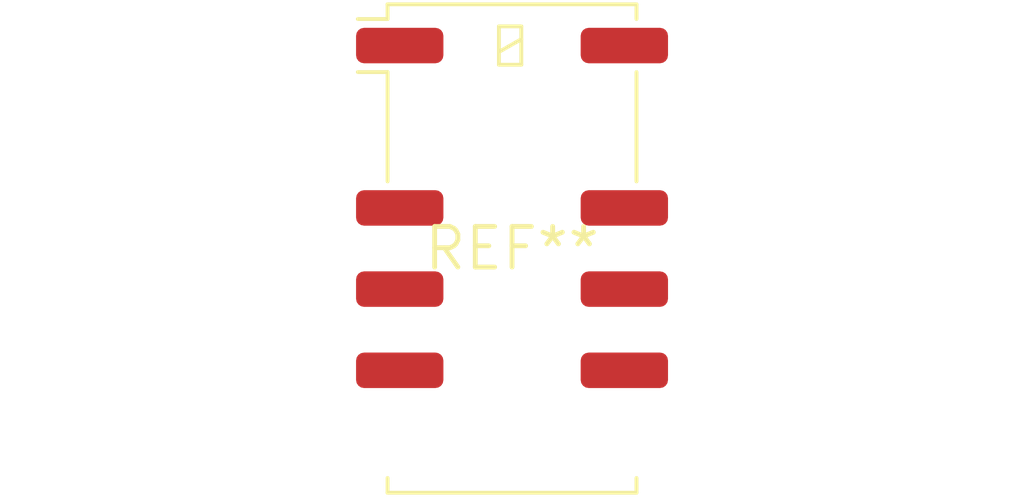
<source format=kicad_pcb>
(kicad_pcb (version 20240108) (generator pcbnew)
  (layers (0 "F.Cu" signal) (31 "B.Cu" signal) (34 "B.Paste" user) (35 "F.Paste" user) (36 "B.SilkS" user "B.Silkscreen") (37 "F.SilkS" user "F.Silkscreen") (38 "B.Mask" user) (39 "F.Mask" user) (44 "Edge.Cuts" user))
  (net 0 "")
  (footprint "Relay_DPDT_Kemet_EE2_NUX_NKX" (layer "F.Cu") (at 0 0)
    (property "Reference" "REF**")
    (property "Value" "Relay_DPDT_Kemet_EE2_NUX_NKX")
    (fp_line (start -3.89 -7.64) (end -3.89 -7.18) (layer "F.SilkS") (stroke (width 0.12)))
    (fp_line (start -3.89 -7.18) (end -4.82 -7.18) (layer "F.SilkS") (stroke (width 0.12)))
    (fp_line (start -3.89 -5.52) (end -4.82 -5.52) (layer "F.SilkS") (stroke (width 0.12)))
    (fp_line (start -3.89 -5.52) (end -3.89 -2.1) (layer "F.SilkS") (stroke (width 0.12)))
    (fp_line (start -3.89 7.18) (end -3.89 7.64) (layer "F.SilkS") (stroke (width 0.12)))
    (fp_line (start -0.41 -6.95) (end -0.41 -5.75) (layer "F.SilkS") (stroke (width 0.12)))
    (fp_line (start -0.41 -6.15) (end 0.29 -6.55) (layer "F.SilkS") (stroke (width 0.12)))
    (fp_line (start -0.41 -5.75) (end 0.29 -5.75) (layer "F.SilkS") (stroke (width 0.12)))
    (fp_line (start 0.29 -6.95) (end -0.41 -6.95) (layer "F.SilkS") (stroke (width 0.12)))
    (fp_line (start 0.29 -5.75) (end 0.29 -6.95) (layer "F.SilkS") (stroke (width 0.12)))
    (fp_line (start 3.89 -7.64) (end -3.89 -7.64) (layer "F.SilkS") (stroke (width 0.12)))
    (fp_line (start 3.89 -7.64) (end 3.89 -7.18) (layer "F.SilkS") (stroke (width 0.12)))
    (fp_line (start 3.89 -5.52) (end 3.89 -2.1) (layer "F.SilkS") (stroke (width 0.12)))
    (fp_line (start 3.89 7.18) (end 3.89 7.64) (layer "F.SilkS") (stroke (width 0.12)))
    (fp_line (start 3.89 7.64) (end -3.89 7.64) (layer "F.SilkS") (stroke (width 0.12)))
    (pad "1" smd roundrect (at -3.51 -6.35 270) (size 1.11 2.73) (layers "F.Cu" "F.Paste" "F.Mask") (roundrect_rratio 0.225))
    (pad "3" smd roundrect (at -3.51 -1.27 270) (size 1.11 2.73) (layers "F.Cu" "F.Paste" "F.Mask") (roundrect_rratio 0.225))
    (pad "4" smd roundrect (at -3.51 1.27 270) (size 1.11 2.73) (layers "F.Cu" "F.Paste" "F.Mask") (roundrect_rratio 0.225))
    (pad "5" smd roundrect (at -3.51 3.81 270) (size 1.11 2.73) (layers "F.Cu" "F.Paste" "F.Mask") (roundrect_rratio 0.225))
    (pad "8" smd roundrect (at 3.51 3.81 270) (size 1.11 2.73) (layers "F.Cu" "F.Paste" "F.Mask") (roundrect_rratio 0.225))
    (pad "9" smd roundrect (at 3.51 1.27 270) (size 1.11 2.73) (layers "F.Cu" "F.Paste" "F.Mask") (roundrect_rratio 0.225))
    (pad "10" smd roundrect (at 3.51 -1.27 270) (size 1.11 2.73) (layers "F.Cu" "F.Paste" "F.Mask") (roundrect_rratio 0.225))
    (pad "12" smd roundrect (at 3.51 -6.35 270) (size 1.11 2.73) (layers "F.Cu" "F.Paste" "F.Mask") (roundrect_rratio 0.225))
  )
)
</source>
